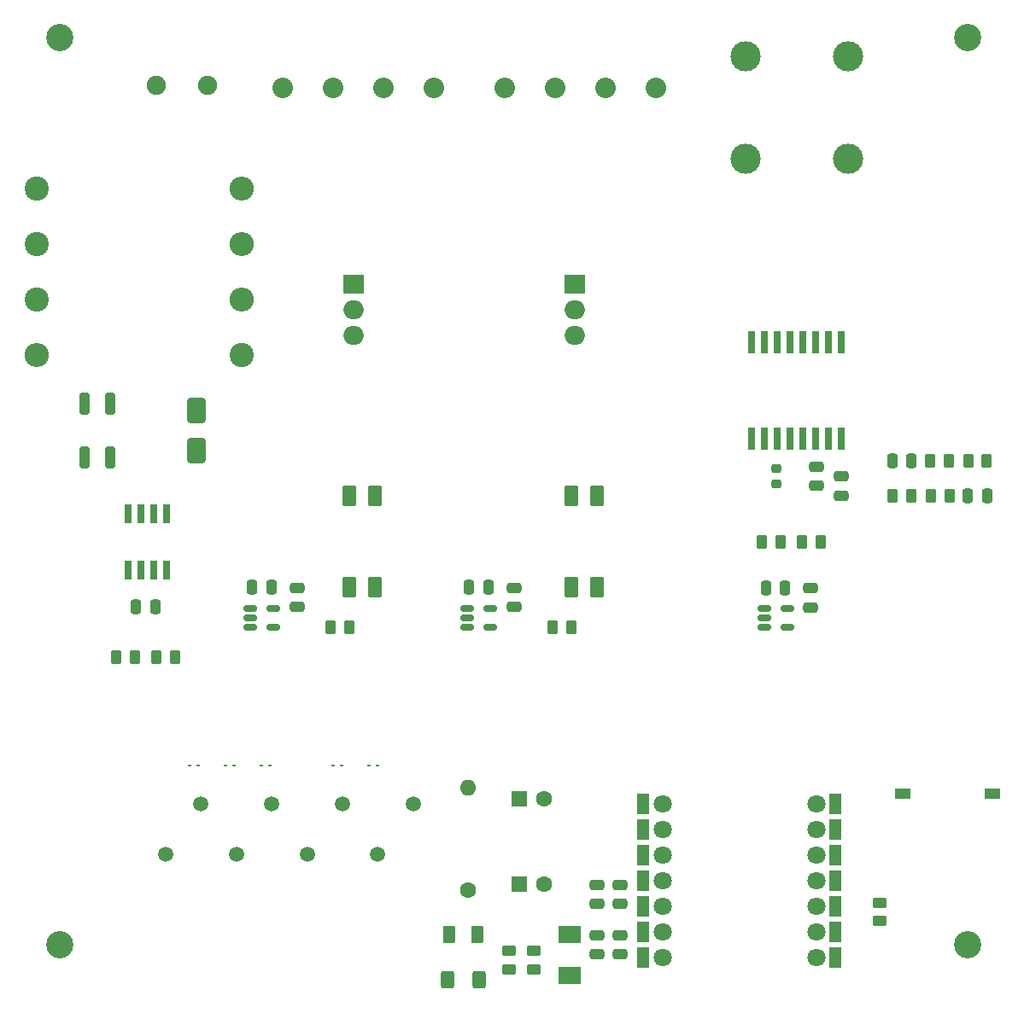
<source format=gts>
%TF.GenerationSoftware,KiCad,Pcbnew,7.0.2*%
%TF.CreationDate,2023-06-09T00:35:45-07:00*%
%TF.ProjectId,Thyristor_Control_Board,54687972-6973-4746-9f72-5f436f6e7472,A*%
%TF.SameCoordinates,Original*%
%TF.FileFunction,Soldermask,Top*%
%TF.FilePolarity,Negative*%
%FSLAX46Y46*%
G04 Gerber Fmt 4.6, Leading zero omitted, Abs format (unit mm)*
G04 Created by KiCad (PCBNEW 7.0.2) date 2023-06-09 00:35:45*
%MOMM*%
%LPD*%
G01*
G04 APERTURE LIST*
G04 Aperture macros list*
%AMRoundRect*
0 Rectangle with rounded corners*
0 $1 Rounding radius*
0 $2 $3 $4 $5 $6 $7 $8 $9 X,Y pos of 4 corners*
0 Add a 4 corners polygon primitive as box body*
4,1,4,$2,$3,$4,$5,$6,$7,$8,$9,$2,$3,0*
0 Add four circle primitives for the rounded corners*
1,1,$1+$1,$2,$3*
1,1,$1+$1,$4,$5*
1,1,$1+$1,$6,$7*
1,1,$1+$1,$8,$9*
0 Add four rect primitives between the rounded corners*
20,1,$1+$1,$2,$3,$4,$5,0*
20,1,$1+$1,$4,$5,$6,$7,0*
20,1,$1+$1,$6,$7,$8,$9,0*
20,1,$1+$1,$8,$9,$2,$3,0*%
G04 Aperture macros list end*
%ADD10C,2.032000*%
%ADD11C,1.600000*%
%ADD12O,1.600000X1.600000*%
%ADD13RoundRect,0.062500X-0.117500X-0.062500X0.117500X-0.062500X0.117500X0.062500X-0.117500X0.062500X0*%
%ADD14C,2.700000*%
%ADD15RoundRect,0.150000X-0.512500X-0.150000X0.512500X-0.150000X0.512500X0.150000X-0.512500X0.150000X0*%
%ADD16RoundRect,0.250000X-0.262500X-0.450000X0.262500X-0.450000X0.262500X0.450000X-0.262500X0.450000X0*%
%ADD17R,2.000000X1.905000*%
%ADD18O,2.000000X1.905000*%
%ADD19RoundRect,0.250000X-0.250000X-0.475000X0.250000X-0.475000X0.250000X0.475000X-0.250000X0.475000X0*%
%ADD20RoundRect,0.250000X0.475000X-0.250000X0.475000X0.250000X-0.475000X0.250000X-0.475000X-0.250000X0*%
%ADD21RoundRect,0.250000X0.262500X0.450000X-0.262500X0.450000X-0.262500X-0.450000X0.262500X-0.450000X0*%
%ADD22R,1.500000X1.100000*%
%ADD23RoundRect,0.236300X0.458700X-0.808700X0.458700X0.808700X-0.458700X0.808700X-0.458700X-0.808700X0*%
%ADD24C,2.400000*%
%ADD25O,2.400000X2.400000*%
%ADD26RoundRect,0.250000X-0.475000X0.250000X-0.475000X-0.250000X0.475000X-0.250000X0.475000X0.250000X0*%
%ADD27RoundRect,0.250000X0.650000X-1.000000X0.650000X1.000000X-0.650000X1.000000X-0.650000X-1.000000X0*%
%ADD28RoundRect,0.250000X-0.400000X-0.625000X0.400000X-0.625000X0.400000X0.625000X-0.400000X0.625000X0*%
%ADD29RoundRect,0.250000X0.450000X-0.262500X0.450000X0.262500X-0.450000X0.262500X-0.450000X-0.262500X0*%
%ADD30R,1.600000X1.600000*%
%ADD31R,0.650000X2.250000*%
%ADD32C,1.908048*%
%ADD33R,0.640000X1.900000*%
%ADD34R,1.250000X2.000000*%
%ADD35C,1.800000*%
%ADD36C,1.498600*%
%ADD37RoundRect,0.250000X0.250000X0.475000X-0.250000X0.475000X-0.250000X-0.475000X0.250000X-0.475000X0*%
%ADD38R,2.160000X1.780000*%
%ADD39C,3.000000*%
%ADD40RoundRect,0.225000X0.250000X-0.225000X0.250000X0.225000X-0.250000X0.225000X-0.250000X-0.225000X0*%
%ADD41RoundRect,0.150000X-0.350000X0.925000X-0.350000X-0.925000X0.350000X-0.925000X0.350000X0.925000X0*%
%ADD42RoundRect,0.250000X-0.375000X-0.625000X0.375000X-0.625000X0.375000X0.625000X-0.375000X0.625000X0*%
G04 APERTURE END LIST*
D10*
X134080000Y-63000000D03*
X129080000Y-63000000D03*
X124080000Y-63000000D03*
X119080000Y-63000000D03*
D11*
X115500000Y-142580000D03*
D12*
X115500000Y-132420000D03*
D10*
X112080000Y-62999999D03*
X107080000Y-62999999D03*
X102080000Y-62999999D03*
X97080000Y-62999999D03*
D13*
X88720000Y-130180000D03*
X87880000Y-130180000D03*
D14*
X165000000Y-148000000D03*
D15*
X93862500Y-114600000D03*
X93862500Y-115550000D03*
X93862500Y-116500000D03*
X96137500Y-116500000D03*
X96137500Y-114600000D03*
D16*
X123837500Y-116500000D03*
X125662500Y-116500000D03*
D17*
X104110000Y-82460000D03*
D18*
X104110000Y-85000000D03*
X104110000Y-87540000D03*
D13*
X92276000Y-130180000D03*
X91436000Y-130180000D03*
D17*
X126055000Y-82460000D03*
D18*
X126055000Y-85000000D03*
X126055000Y-87540000D03*
D19*
X157500000Y-100000000D03*
X159400000Y-100000000D03*
D20*
X152500000Y-103450000D03*
X152500000Y-101550000D03*
D21*
X150412500Y-108000000D03*
X148587500Y-108000000D03*
D22*
X158550000Y-133000000D03*
X167450000Y-133000000D03*
D23*
X125730000Y-112540000D03*
X128270000Y-112540000D03*
X128270000Y-103460000D03*
X125730000Y-103460000D03*
D21*
X146412500Y-108000000D03*
X144587500Y-108000000D03*
X163087500Y-100000000D03*
X161262500Y-100000000D03*
D24*
X72680000Y-78500000D03*
D25*
X93000000Y-78500000D03*
D16*
X80587500Y-119500000D03*
X82412500Y-119500000D03*
D19*
X82550000Y-114500000D03*
X84450000Y-114500000D03*
D20*
X149450000Y-114518750D03*
X149450000Y-112618750D03*
D26*
X128250000Y-142050000D03*
X128250000Y-143950000D03*
D15*
X144812500Y-114618750D03*
X144812500Y-115568750D03*
X144812500Y-116518750D03*
X147087500Y-116518750D03*
X147087500Y-114618750D03*
D19*
X115550000Y-112550000D03*
X117450000Y-112550000D03*
D27*
X88500000Y-99000000D03*
X88500000Y-95000000D03*
D28*
X113450000Y-151500000D03*
X116550000Y-151500000D03*
D29*
X119500000Y-150412500D03*
X119500000Y-148587500D03*
D30*
X120500000Y-142000000D03*
D11*
X123000000Y-142000000D03*
D21*
X159362500Y-103500000D03*
X157537500Y-103500000D03*
D16*
X161362500Y-103500000D03*
X163187500Y-103500000D03*
D13*
X106500000Y-130180000D03*
X105660000Y-130180000D03*
D31*
X152425000Y-88250000D03*
X151155000Y-88250000D03*
X149885000Y-88250000D03*
X148615000Y-88250000D03*
X147345000Y-88250000D03*
X146075000Y-88250000D03*
X144805000Y-88250000D03*
X143535000Y-88250000D03*
X143535000Y-97750000D03*
X144805000Y-97750000D03*
X146075000Y-97750000D03*
X147345000Y-97750000D03*
X148615000Y-97750000D03*
X149885000Y-97750000D03*
X151155000Y-97750000D03*
X152425000Y-97750000D03*
D16*
X165037500Y-100000000D03*
X166862500Y-100000000D03*
D32*
X89620000Y-62700000D03*
X84540000Y-62700000D03*
D26*
X130500000Y-147050000D03*
X130500000Y-148950000D03*
D30*
X120500000Y-133500000D03*
D11*
X123000000Y-133500000D03*
D33*
X85565000Y-105205000D03*
X84295000Y-105205000D03*
X83025000Y-105205000D03*
X81755000Y-105205000D03*
X81755000Y-110795000D03*
X83025000Y-110795000D03*
X84295000Y-110795000D03*
X85565000Y-110795000D03*
D20*
X150000000Y-102450000D03*
X150000000Y-100550000D03*
X120000000Y-114500000D03*
X120000000Y-112600000D03*
D14*
X75000000Y-58000000D03*
X165000000Y-58000000D03*
D19*
X94050000Y-112550000D03*
X95950000Y-112550000D03*
D34*
X151905000Y-149240000D03*
D35*
X150000000Y-149240000D03*
D34*
X151905000Y-146700000D03*
D35*
X150000000Y-146700000D03*
D34*
X151905000Y-144160000D03*
D35*
X150000000Y-144160000D03*
D34*
X151905000Y-141620000D03*
D35*
X150000000Y-141620000D03*
D34*
X151905000Y-139080000D03*
D35*
X150000000Y-139080000D03*
D34*
X151905000Y-136540000D03*
D35*
X150000000Y-136540000D03*
D34*
X151905000Y-134000000D03*
D35*
X150000000Y-134000000D03*
X134760000Y-134000000D03*
D34*
X132855000Y-134000000D03*
D35*
X134760000Y-136540000D03*
D34*
X132855000Y-136540000D03*
D35*
X134760000Y-139080000D03*
D34*
X132855000Y-139080000D03*
D35*
X134760000Y-141620000D03*
D34*
X132855000Y-141620000D03*
D35*
X134760000Y-144160000D03*
D34*
X132855000Y-144160000D03*
D35*
X134760000Y-146700000D03*
D34*
X132855000Y-146700000D03*
D35*
X134760000Y-149240000D03*
D34*
X132855000Y-149240000D03*
D36*
X85499994Y-139000000D03*
X88999995Y-134000000D03*
X92499995Y-139000000D03*
X95999996Y-134000000D03*
X99499996Y-139000000D03*
X102999997Y-134000000D03*
X106500000Y-139000000D03*
X110000001Y-134000000D03*
D21*
X86412500Y-119500000D03*
X84587500Y-119500000D03*
D20*
X98500000Y-114500000D03*
X98500000Y-112600000D03*
D16*
X101837500Y-116500000D03*
X103662500Y-116500000D03*
D24*
X72680000Y-84000000D03*
D25*
X93000000Y-84000000D03*
D15*
X115362500Y-114600000D03*
X115362500Y-115550000D03*
X115362500Y-116500000D03*
X117637500Y-116500000D03*
X117637500Y-114600000D03*
D37*
X166900000Y-103500000D03*
X165000000Y-103500000D03*
D29*
X156250000Y-145662500D03*
X156250000Y-143837500D03*
D19*
X145000000Y-112568750D03*
X146900000Y-112568750D03*
D26*
X130500000Y-142050000D03*
X130500000Y-143950000D03*
D23*
X103730000Y-112540000D03*
X106270000Y-112540000D03*
X106270000Y-103460000D03*
X103730000Y-103460000D03*
D38*
X125500000Y-151050000D03*
X125500000Y-147000000D03*
D39*
X153160000Y-70056701D03*
X153160000Y-59896701D03*
X143000000Y-70056701D03*
X143000000Y-59896701D03*
D40*
X146000000Y-102275000D03*
X146000000Y-100725000D03*
D13*
X102944000Y-130180000D03*
X102104000Y-130180000D03*
D24*
X93000000Y-89500000D03*
D25*
X72680000Y-89500000D03*
D41*
X77462500Y-99675000D03*
X77462500Y-94325000D03*
X79962500Y-99675000D03*
X79962500Y-94325000D03*
D13*
X95832000Y-130180000D03*
X94992000Y-130180000D03*
D42*
X113600000Y-147000000D03*
X116400000Y-147000000D03*
D29*
X122000000Y-150412500D03*
X122000000Y-148587500D03*
D26*
X128250000Y-147050000D03*
X128250000Y-148950000D03*
D14*
X75000000Y-148000000D03*
D24*
X72680000Y-73000000D03*
D25*
X93000000Y-73000000D03*
M02*

</source>
